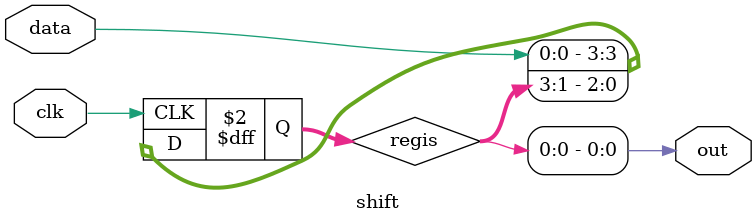
<source format=v>
module shift(input clk,data, output out);
reg [3:0] regis;
always@(posedge clk)begin
    regis[3] <= data;
    regis[2] <= regis[3];
    regis[1] <= regis[2];
    regis[0] <= regis[1];
end
assign out = regis[0];
endmodule
</source>
